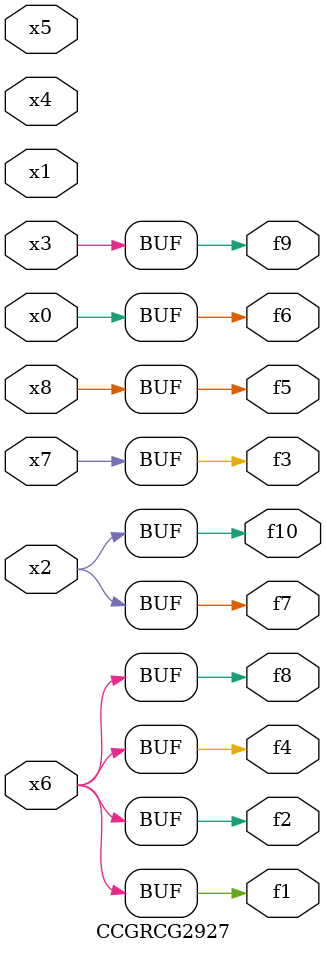
<source format=v>
module CCGRCG2927(
	input x0, x1, x2, x3, x4, x5, x6, x7, x8,
	output f1, f2, f3, f4, f5, f6, f7, f8, f9, f10
);
	assign f1 = x6;
	assign f2 = x6;
	assign f3 = x7;
	assign f4 = x6;
	assign f5 = x8;
	assign f6 = x0;
	assign f7 = x2;
	assign f8 = x6;
	assign f9 = x3;
	assign f10 = x2;
endmodule

</source>
